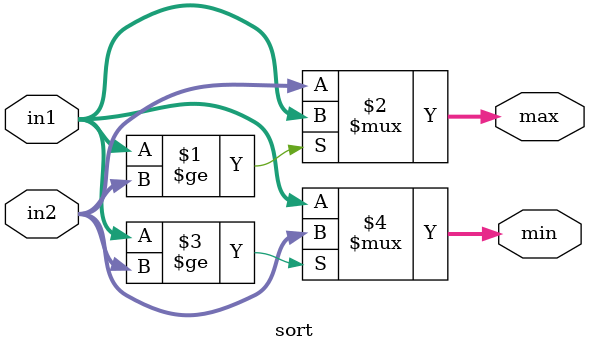
<source format=v>
module top(x1,x2,x3,x4,y1,y2,y3,y4);

input signed[4:0] x1, x2, x3, x4;
output signed[4:0] y1, y2, y3, y4;

wire signed[4:0] m11,m21,m31,m41,m22,m32,m42,m33,m43,m44;
wire signed[4:0] x12,x22,x32,x42,x23,x33,x43,x34,x44,x45;

assign m11 = 5'b10000;
assign m22 = 5'b10000;
assign m33 = 5'b10000;
assign m44 = 5'b10000;

sort s11(x1, m11, m21, x12);
sort s12(x2, m21, m31, x22);
sort s13(x3, m31, m41, x32);
sort s14(x4, m41,  y1, x42);

sort s22(x22, m22, m32, x23);
sort s23(x32, m32, m42, x33);
sort s24(x42, m42,  y2, x43);

sort s33(x33, m33, m43, x34);
sort s34(x43, m43,  y3, x44);

sort s44(x44, m44,  y4, x45);

endmodule

module sort(in1, in2, max, min);

input signed[4:0] in1, in2;
output signed[4:0] max, min;

assign max = (in1>=in2)?in1:in2;
assign min = (in1>=in2)?in2:in1;

endmodule
</source>
